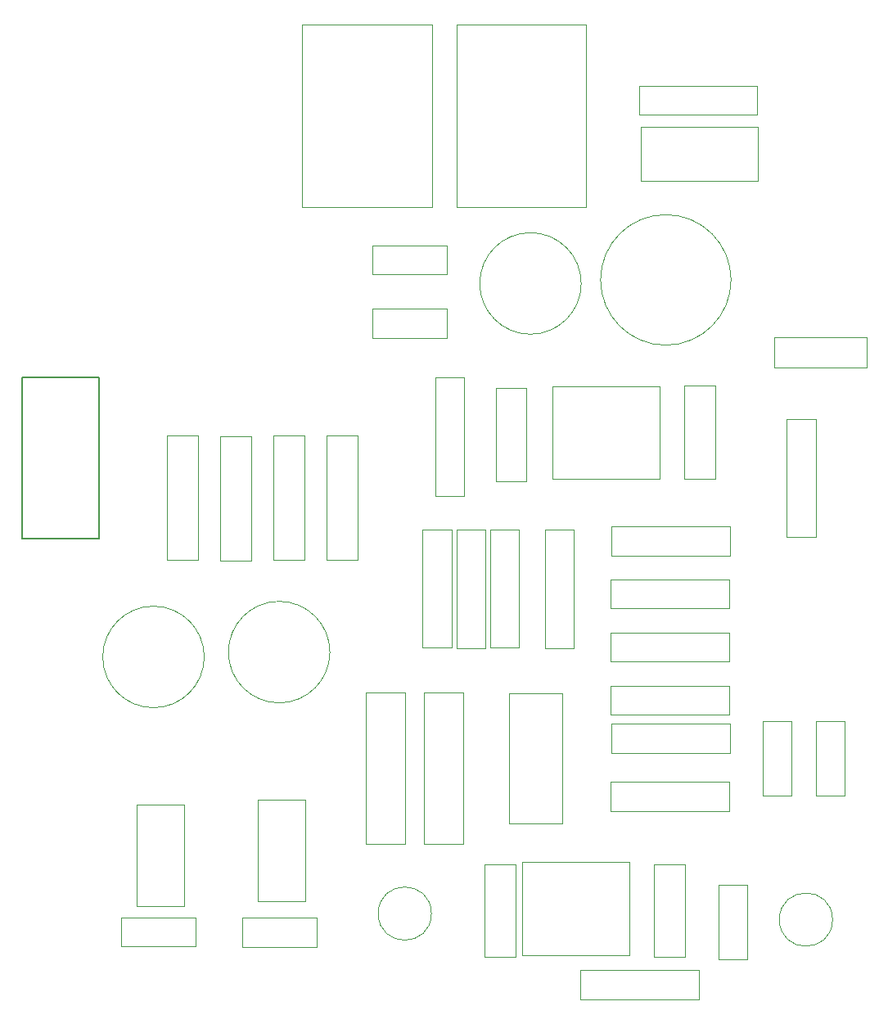
<source format=gbr>
%TF.GenerationSoftware,KiCad,Pcbnew,8.0.8*%
%TF.CreationDate,2025-03-09T10:58:12-03:00*%
%TF.ProjectId,equalizador,65717561-6c69-47a6-9164-6f722e6b6963,rev?*%
%TF.SameCoordinates,Original*%
%TF.FileFunction,Other,User*%
%FSLAX46Y46*%
G04 Gerber Fmt 4.6, Leading zero omitted, Abs format (unit mm)*
G04 Created by KiCad (PCBNEW 8.0.8) date 2025-03-09 10:58:12*
%MOMM*%
%LPD*%
G01*
G04 APERTURE LIST*
%ADD10C,0.050000*%
%ADD11C,0.152400*%
G04 APERTURE END LIST*
D10*
%TO.C,U1*%
X104140000Y-127730000D02*
X115240000Y-127730000D01*
X104140000Y-137330000D02*
X104140000Y-127730000D01*
X115240000Y-127730000D02*
X115240000Y-137330000D01*
X115240000Y-137330000D02*
X104140000Y-137330000D01*
%TO.C,R6*%
X100840000Y-93290000D02*
X100840000Y-105550000D01*
X100840000Y-105550000D02*
X103840000Y-105550000D01*
X103840000Y-93290000D02*
X100840000Y-93290000D01*
X103840000Y-105550000D02*
X103840000Y-93290000D01*
%TO.C,D2*%
X78400000Y-83570000D02*
X78400000Y-96430000D01*
X78400000Y-96430000D02*
X81600000Y-96430000D01*
X81600000Y-83570000D02*
X78400000Y-83570000D01*
X81600000Y-96430000D02*
X81600000Y-83570000D01*
%TO.C,R17*%
X113370000Y-93000000D02*
X113370000Y-96000000D01*
X113370000Y-96000000D02*
X125630000Y-96000000D01*
X125630000Y-93000000D02*
X113370000Y-93000000D01*
X125630000Y-96000000D02*
X125630000Y-93000000D01*
%TO.C,R2*%
X113290000Y-109500000D02*
X113290000Y-112500000D01*
X113290000Y-112500000D02*
X125550000Y-112500000D01*
X125550000Y-109500000D02*
X113290000Y-109500000D01*
X125550000Y-112500000D02*
X125550000Y-109500000D01*
%TO.C,R13*%
X110130000Y-138920000D02*
X110130000Y-141920000D01*
X110130000Y-141920000D02*
X122390000Y-141920000D01*
X122390000Y-138920000D02*
X110130000Y-138920000D01*
X122390000Y-141920000D02*
X122390000Y-138920000D01*
%TO.C,C6*%
X94750000Y-133044888D02*
G75*
G02*
X89250000Y-133044888I-2750000J0D01*
G01*
X89250000Y-133044888D02*
G75*
G02*
X94750000Y-133044888I2750000J0D01*
G01*
%TO.C,C13*%
X75150000Y-133500000D02*
X75150000Y-136500000D01*
X75150000Y-136500000D02*
X82850000Y-136500000D01*
X82850000Y-133500000D02*
X75150000Y-133500000D01*
X82850000Y-136500000D02*
X82850000Y-133500000D01*
%TO.C,J2*%
X81400000Y-41100000D02*
X81400000Y-60000000D01*
X81400000Y-60000000D02*
X94800000Y-60000000D01*
X94800000Y-41100000D02*
X81400000Y-41100000D01*
X94800000Y-60000000D02*
X94800000Y-41100000D01*
%TO.C,D1*%
X72900000Y-83650000D02*
X72900000Y-96510000D01*
X72900000Y-96510000D02*
X76100000Y-96510000D01*
X76100000Y-83650000D02*
X72900000Y-83650000D01*
X76100000Y-96510000D02*
X76100000Y-83650000D01*
%TO.C,C15*%
X100240000Y-127950000D02*
X100240000Y-137550000D01*
X100240000Y-137550000D02*
X103440000Y-137550000D01*
X103440000Y-127950000D02*
X100240000Y-127950000D01*
X103440000Y-137550000D02*
X103440000Y-127950000D01*
%TO.C,U2*%
X76777500Y-121250000D02*
X76777500Y-131750000D01*
X76777500Y-131750000D02*
X81687500Y-131750000D01*
X81687500Y-121250000D02*
X76777500Y-121250000D01*
X81687500Y-131750000D02*
X81687500Y-121250000D01*
%TO.C,C20*%
X110250000Y-67867677D02*
G75*
G02*
X99750000Y-67867677I-5250000J0D01*
G01*
X99750000Y-67867677D02*
G75*
G02*
X110250000Y-67867677I5250000J0D01*
G01*
%TO.C,C14*%
X62650000Y-133460000D02*
X62650000Y-136460000D01*
X62650000Y-136460000D02*
X70350000Y-136460000D01*
X70350000Y-133460000D02*
X62650000Y-133460000D01*
X70350000Y-136460000D02*
X70350000Y-133460000D01*
%TO.C,C2*%
X124460000Y-130070000D02*
X124460000Y-137770000D01*
X124460000Y-137770000D02*
X127460000Y-137770000D01*
X127460000Y-130070000D02*
X124460000Y-130070000D01*
X127460000Y-137770000D02*
X127460000Y-130070000D01*
%TO.C,U3*%
X107260000Y-78480000D02*
X118360000Y-78480000D01*
X107260000Y-88080000D02*
X107260000Y-78480000D01*
X118360000Y-78480000D02*
X118360000Y-88080000D01*
X118360000Y-88080000D02*
X107260000Y-88080000D01*
%TO.C,D4*%
X67400000Y-83570000D02*
X67400000Y-96430000D01*
X67400000Y-96430000D02*
X70600000Y-96430000D01*
X70600000Y-83570000D02*
X67400000Y-83570000D01*
X70600000Y-96430000D02*
X70600000Y-83570000D01*
%TO.C,R3*%
X113370000Y-113420000D02*
X113370000Y-116420000D01*
X113370000Y-116420000D02*
X125630000Y-116420000D01*
X125630000Y-113420000D02*
X113370000Y-113420000D01*
X125630000Y-116420000D02*
X125630000Y-113420000D01*
%TO.C,U4*%
X64277500Y-121750000D02*
X64277500Y-132250000D01*
X64277500Y-132250000D02*
X69187500Y-132250000D01*
X69187500Y-121750000D02*
X64277500Y-121750000D01*
X69187500Y-132250000D02*
X69187500Y-121750000D01*
%TO.C,R8*%
X93950000Y-110200000D02*
X93950000Y-125800000D01*
X93950000Y-125800000D02*
X98050000Y-125800000D01*
X98050000Y-110200000D02*
X93950000Y-110200000D01*
X98050000Y-125800000D02*
X98050000Y-110200000D01*
%TO.C,C10*%
X120900000Y-78450000D02*
X120900000Y-88050000D01*
X120900000Y-88050000D02*
X124100000Y-88050000D01*
X124100000Y-78450000D02*
X120900000Y-78450000D01*
X124100000Y-88050000D02*
X124100000Y-78450000D01*
%TO.C,C19*%
X130200000Y-73400000D02*
X130200000Y-76600000D01*
X130200000Y-76600000D02*
X139800000Y-76600000D01*
X139800000Y-73400000D02*
X130200000Y-73400000D01*
X139800000Y-76600000D02*
X139800000Y-73400000D01*
%TO.C,R11*%
X93840000Y-93290000D02*
X93840000Y-105550000D01*
X93840000Y-105550000D02*
X96840000Y-105550000D01*
X96840000Y-93290000D02*
X93840000Y-93290000D01*
X96840000Y-105550000D02*
X96840000Y-93290000D01*
%TO.C,C22*%
X116450000Y-51700000D02*
X116450000Y-57300000D01*
X116450000Y-57300000D02*
X128550000Y-57300000D01*
X128550000Y-51700000D02*
X116450000Y-51700000D01*
X128550000Y-57300000D02*
X128550000Y-51700000D01*
%TO.C,R10*%
X97340000Y-93370000D02*
X97340000Y-105630000D01*
X97340000Y-105630000D02*
X100340000Y-105630000D01*
X100340000Y-93370000D02*
X97340000Y-93370000D01*
X100340000Y-105630000D02*
X100340000Y-93370000D01*
%TO.C,R7*%
X113290000Y-98500000D02*
X113290000Y-101500000D01*
X113290000Y-101500000D02*
X125550000Y-101500000D01*
X125550000Y-98500000D02*
X113290000Y-98500000D01*
X125550000Y-101500000D02*
X125550000Y-98500000D01*
%TO.C,R19*%
X116210000Y-47420000D02*
X116210000Y-50420000D01*
X116210000Y-50420000D02*
X128470000Y-50420000D01*
X128470000Y-47420000D02*
X116210000Y-47420000D01*
X128470000Y-50420000D02*
X128470000Y-47420000D01*
%TO.C,C1*%
X136250000Y-133670000D02*
G75*
G02*
X130750000Y-133670000I-2750000J0D01*
G01*
X130750000Y-133670000D02*
G75*
G02*
X136250000Y-133670000I2750000J0D01*
G01*
%TO.C,R16*%
X113290000Y-119420000D02*
X113290000Y-122420000D01*
X113290000Y-122420000D02*
X125550000Y-122420000D01*
X125550000Y-119420000D02*
X113290000Y-119420000D01*
X125550000Y-122420000D02*
X125550000Y-119420000D01*
%TO.C,C21*%
X125750000Y-67500000D02*
G75*
G02*
X112250000Y-67500000I-6750000J0D01*
G01*
X112250000Y-67500000D02*
G75*
G02*
X125750000Y-67500000I6750000J0D01*
G01*
%TO.C,C8*%
X129000000Y-113150000D02*
X129000000Y-120850000D01*
X129000000Y-120850000D02*
X132000000Y-120850000D01*
X132000000Y-113150000D02*
X129000000Y-113150000D01*
X132000000Y-120850000D02*
X132000000Y-113150000D01*
%TO.C,C4*%
X88650000Y-63920000D02*
X88650000Y-66920000D01*
X88650000Y-66920000D02*
X96350000Y-66920000D01*
X96350000Y-63920000D02*
X88650000Y-63920000D01*
X96350000Y-66920000D02*
X96350000Y-63920000D01*
%TO.C,C3*%
X88650000Y-70500000D02*
X88650000Y-73500000D01*
X88650000Y-73500000D02*
X96350000Y-73500000D01*
X96350000Y-70500000D02*
X88650000Y-70500000D01*
X96350000Y-73500000D02*
X96350000Y-70500000D01*
%TO.C,R1*%
X106500000Y-93370000D02*
X106500000Y-105630000D01*
X106500000Y-105630000D02*
X109500000Y-105630000D01*
X109500000Y-93370000D02*
X106500000Y-93370000D01*
X109500000Y-105630000D02*
X109500000Y-93370000D01*
D11*
%TO.C,J4*%
X52386001Y-77563400D02*
X52386001Y-94276600D01*
X52386001Y-94276600D02*
X60387001Y-94276600D01*
X60387001Y-77563400D02*
X52386001Y-77563400D01*
X60387001Y-94276600D02*
X60387001Y-77563400D01*
D10*
%TO.C,D3*%
X83900000Y-83570000D02*
X83900000Y-96430000D01*
X83900000Y-96430000D02*
X87100000Y-96430000D01*
X87100000Y-83570000D02*
X83900000Y-83570000D01*
X87100000Y-96430000D02*
X87100000Y-83570000D01*
%TO.C,C12*%
X71250000Y-106500000D02*
G75*
G02*
X60750000Y-106500000I-5250000J0D01*
G01*
X60750000Y-106500000D02*
G75*
G02*
X71250000Y-106500000I5250000J0D01*
G01*
%TO.C,R4*%
X113290000Y-104000000D02*
X113290000Y-107000000D01*
X113290000Y-107000000D02*
X125550000Y-107000000D01*
X125550000Y-104000000D02*
X113290000Y-104000000D01*
X125550000Y-107000000D02*
X125550000Y-104000000D01*
%TO.C,C11*%
X84250000Y-106000000D02*
G75*
G02*
X73750000Y-106000000I-5250000J0D01*
G01*
X73750000Y-106000000D02*
G75*
G02*
X84250000Y-106000000I5250000J0D01*
G01*
%TO.C,R5*%
X95150000Y-77620000D02*
X95150000Y-89880000D01*
X95150000Y-89880000D02*
X98150000Y-89880000D01*
X98150000Y-77620000D02*
X95150000Y-77620000D01*
X98150000Y-89880000D02*
X98150000Y-77620000D01*
%TO.C,J3*%
X97342500Y-41050000D02*
X97342500Y-59950000D01*
X97342500Y-59950000D02*
X110742500Y-59950000D01*
X110742500Y-41050000D02*
X97342500Y-41050000D01*
X110742500Y-59950000D02*
X110742500Y-41050000D01*
%TO.C,C5*%
X102750000Y-110250000D02*
X102750000Y-123750000D01*
X102750000Y-123750000D02*
X108250000Y-123750000D01*
X108250000Y-110250000D02*
X102750000Y-110250000D01*
X108250000Y-123750000D02*
X108250000Y-110250000D01*
%TO.C,C16*%
X117780000Y-127950000D02*
X117780000Y-137550000D01*
X117780000Y-137550000D02*
X120980000Y-137550000D01*
X120980000Y-127950000D02*
X117780000Y-127950000D01*
X120980000Y-137550000D02*
X120980000Y-127950000D01*
%TO.C,C9*%
X101400000Y-78700000D02*
X101400000Y-88300000D01*
X101400000Y-88300000D02*
X104600000Y-88300000D01*
X104600000Y-78700000D02*
X101400000Y-78700000D01*
X104600000Y-88300000D02*
X104600000Y-78700000D01*
%TO.C,R9*%
X87950000Y-110200000D02*
X87950000Y-125800000D01*
X87950000Y-125800000D02*
X92050000Y-125800000D01*
X92050000Y-110200000D02*
X87950000Y-110200000D01*
X92050000Y-125800000D02*
X92050000Y-110200000D01*
%TO.C,R15*%
X131500000Y-81870000D02*
X131500000Y-94130000D01*
X131500000Y-94130000D02*
X134500000Y-94130000D01*
X134500000Y-81870000D02*
X131500000Y-81870000D01*
X134500000Y-94130000D02*
X134500000Y-81870000D01*
%TO.C,C7*%
X134500000Y-113150000D02*
X134500000Y-120850000D01*
X134500000Y-120850000D02*
X137500000Y-120850000D01*
X137500000Y-113150000D02*
X134500000Y-113150000D01*
X137500000Y-120850000D02*
X137500000Y-113150000D01*
%TD*%
M02*

</source>
